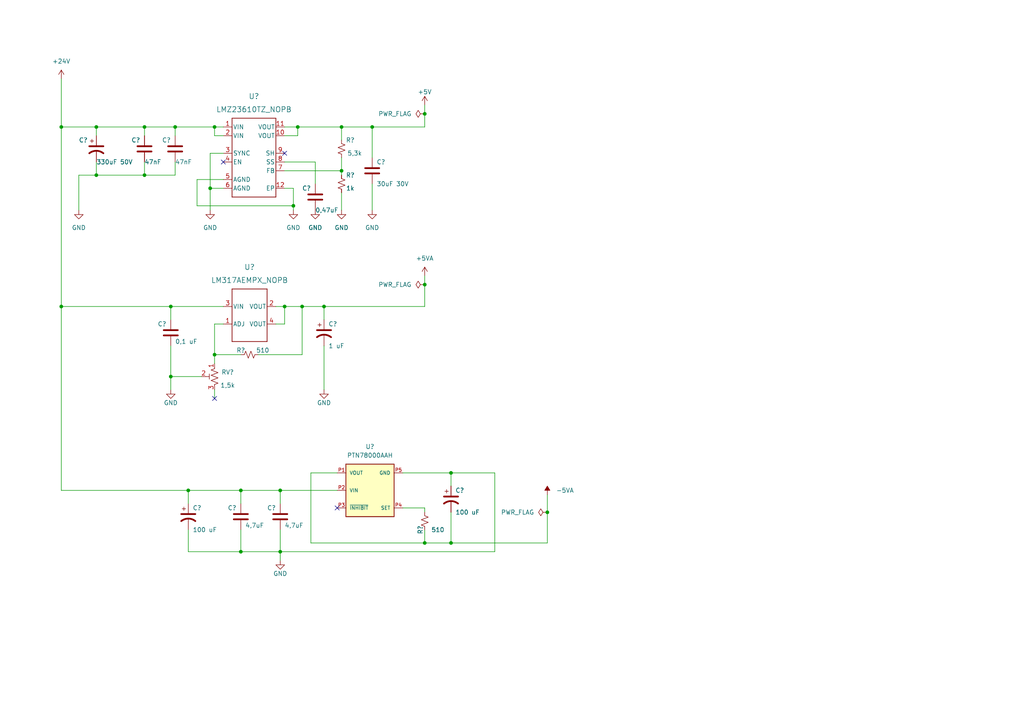
<source format=kicad_sch>
(kicad_sch (version 20211123) (generator eeschema)
  (paper "A4")
  (lib_symbols
    (symbol "Device:C" (pin_numbers hide) (pin_names (offset 0.254))
      (property "Reference" "C" (at 0.635 2.54 0))
      (property "Value" "C" (at 0.635 -2.54 0))
      (symbol "C_0_1"
        (polyline (pts (xy -2.032 -0.762) (xy 2.032 -0.762)) (stroke (width 0.508)))
        (polyline (pts (xy -2.032 0.762) (xy 2.032 0.762)) (stroke (width 0.508)))
      )
      (symbol "C_1_1"
        (pin passive line (at 0 3.81 270) (length 2.794) (name "~") (number "1"))
        (pin passive line (at 0 -3.81 90) (length 2.794) (name "~") (number "2"))
      )
    )
    (symbol "Device:C_Polarized_US" (pin_numbers hide) (pin_names (offset 0.254) hide)
      (property "Reference" "C" (at 0.635 2.54 0))
      (property "Value" "C_Polarized_US" (at 0.635 -2.54 0))
      (symbol "C_Polarized_US_0_1"
        (polyline (pts (xy -2.032 0.762) (xy 2.032 0.762)) (stroke (width 0.508)))
        (polyline (pts (xy -1.778 2.286) (xy -0.762 2.286)))
        (polyline (pts (xy -1.27 1.778) (xy -1.27 2.794)))
        (arc (start 2.032 -1.27) (mid 0 -0.5572) (end -2.032 -1.27) (stroke (width 0.508)))
      )
      (symbol "C_Polarized_US_1_1"
        (pin passive line (at 0 3.81 270) (length 2.794) (name "~") (number "1"))
        (pin passive line (at 0 -3.81 90) (length 3.302) (name "~") (number "2"))
      )
    )
    (symbol "Device:Fuse" (pin_numbers hide) (pin_names (offset 0))
      (property "Reference" "F" (at 2.032 0 90))
      (property "Value" "Fuse" (at -1.905 0 90))
      (symbol "Fuse_0_1"
        (rectangle (start -0.762 -2.54) (end 0.762 2.54) (stroke (width 0.254)))
        (polyline (pts (xy 0 2.54) (xy 0 -2.54)))
      )
      (symbol "Fuse_1_1"
        (pin passive line (at 0 3.81 270) (length 1.27) (name "~") (number "1"))
        (pin passive line (at 0 -3.81 90) (length 1.27) (name "~") (number "2"))
      )
    )
    (symbol "Device:R_Potentiometer_Trim_US" (pin_names (offset 1.016) hide)
      (property "Reference" "RV" (at -4.445 0 90))
      (property "Value" "R_Potentiometer_Trim_US" (at -2.54 0 90))
      (symbol "R_Potentiometer_Trim_US_0_1"
        (polyline (pts (xy 0 -2.286) (xy 0 -2.54)))
        (polyline (pts (xy 0 2.286) (xy 0 2.54)))
        (polyline (pts (xy 1.524 0.762) (xy 1.524 -0.762)))
        (polyline (pts (xy 2.54 0) (xy 1.524 0)))
        (polyline (pts (xy 0 -0.762) (xy 1.016 -1.143) (xy 0 -1.524) (xy -1.016 -1.905) (xy 0 -2.286)))
        (polyline (pts (xy 0 0.762) (xy 1.016 0.381) (xy 0 0) (xy -1.016 -0.381) (xy 0 -0.762)))
        (polyline (pts (xy 0 2.286) (xy 1.016 1.905) (xy 0 1.524) (xy -1.016 1.143) (xy 0 0.762)))
      )
      (symbol "R_Potentiometer_Trim_US_1_1"
        (pin passive line (at 0 3.81 270) (length 1.27) (name "1") (number "1"))
        (pin passive line (at 3.81 0 180) (length 1.27) (name "2") (number "2"))
        (pin passive line (at 0 -3.81 90) (length 1.27) (name "3") (number "3"))
      )
    )
    (symbol "Device:R_Small_US" (pin_numbers hide) (pin_names (offset 0.254) hide)
      (property "Reference" "R" (at 0.762 0.508 0))
      (property "Value" "R_Small_US" (at 0.762 -1.016 0))
      (symbol "R_Small_US_1_1"
        (polyline (pts (xy 0 0) (xy 1.016 -0.381) (xy 0 -0.762) (xy -1.016 -1.143) (xy 0 -1.524)))
        (polyline (pts (xy 0 1.524) (xy 1.016 1.143) (xy 0 0.762) (xy -1.016 0.381) (xy 0 0)))
        (pin passive line (at 0 2.54 270) (length 1.016) (name "~") (number "1"))
        (pin passive line (at 0 -2.54 90) (length 1.016) (name "~") (number "2"))
      )
    )
    (symbol "PTSM36ADBZR_1" (pin_names (offset 0.254))
      (property "Reference" "U" (at -5.08 5.08 0))
      (property "Value" "PTSM36ADBZR_1" (at 0 -5.08 0))
      (symbol "PTSM36ADBZR_1_0_1"
        (polyline (pts (xy -6.35 -3.81) (xy 6.35 -3.81)) (stroke (width 0.127)))
        (polyline (pts (xy -6.35 3.81) (xy -6.35 -3.81)) (stroke (width 0.127)))
        (polyline (pts (xy 6.35 -3.81) (xy 6.35 3.81)) (stroke (width 0.127)))
        (polyline (pts (xy 6.35 3.81) (xy -6.35 3.81)) (stroke (width 0.127)))
        (pin bidirectional line (at 8.89 0 180) (length 2.54) (name "GND") (number "1"))
        (pin bidirectional line (at -8.89 -1.27 0) (length 2.54) (name "GND") (number "2"))
        (pin bidirectional line (at -8.89 1.27 0) (length 2.54) (name "IO") (number "3"))
      )
    )
    (symbol "SS12P2L-M3_86A_2" (pin_names (offset 1.016))
      (property "Reference" "D" (at -10.16 5.08 0))
      (property "Value" "SS12P2L-M3_86A_2" (at -10.16 -7.62 0))
      (symbol "SS12P2L-M3_86A_2_0_0"
        (polyline (pts (xy -2.54 -2.54) (xy -5.08 -2.54)) (stroke (width 0.1524)))
        (polyline (pts (xy -2.54 0) (xy -2.54 -2.54)) (stroke (width 0.1524)))
        (polyline (pts (xy -2.54 0) (xy -2.54 2.54)) (stroke (width 0.1524)))
        (polyline (pts (xy -2.54 0) (xy -0.508 0)) (stroke (width 0.1524)))
        (polyline (pts (xy -2.54 2.54) (xy -5.08 2.54)) (stroke (width 0.1524)))
        (polyline (pts (xy 0.508 -0.508) (xy 0.508 0.508)) (stroke (width 0.1524)))
        (polyline (pts (xy 0.508 0) (xy 2.54 0)) (stroke (width 0.1524)))
        (polyline (pts (xy -0.508 -0.508) (xy -0.508 0.508) (xy 0.508 0) (xy -0.508 -0.508)) (stroke (width 0.1524)) (fill (type outline)))
        (pin bidirectional line (at -7.62 -2.54 0) (length 2.54) (name "~") (number "1"))
        (pin bidirectional line (at -7.62 2.54 0) (length 2.54) (name "~") (number "2"))
        (pin bidirectional line (at 5.08 0 180) (length 2.54) (name "~") (number "3"))
      )
    )
    (symbol "SymLib:1729128" (pin_names (offset 0.254))
      (property "Reference" "J" (at 6.35 3.81 0))
      (property "Value" "1729128" (at 8.89 -6.35 0))
      (symbol "1729128_1_1"
        (polyline (pts (xy 5.08 -5.08) (xy 12.7 -5.08)) (stroke (width 0.127)))
        (polyline (pts (xy 5.08 2.54) (xy 5.08 -5.08)) (stroke (width 0.127)))
        (polyline (pts (xy 10.16 -2.54) (xy 5.08 -2.54)) (stroke (width 0.127)))
        (polyline (pts (xy 10.16 -2.54) (xy 8.89 -3.3867)) (stroke (width 0.127)))
        (polyline (pts (xy 10.16 -2.54) (xy 8.89 -1.6933)) (stroke (width 0.127)))
        (polyline (pts (xy 10.16 0) (xy 5.08 0)) (stroke (width 0.127)))
        (polyline (pts (xy 10.16 0) (xy 8.89 -0.8467)) (stroke (width 0.127)))
        (polyline (pts (xy 10.16 0) (xy 8.89 0.8467)) (stroke (width 0.127)))
        (polyline (pts (xy 12.7 -5.08) (xy 12.7 2.54)) (stroke (width 0.127)))
        (polyline (pts (xy 12.7 2.54) (xy 5.08 2.54)) (stroke (width 0.127)))
        (pin unspecified line (at 2.54 0 0) (length 2.54) (name "1") (number "1"))
        (pin unspecified line (at 2.54 -2.54 0) (length 2.54) (name "2") (number "2"))
      )
      (symbol "1729128_1_2"
        (polyline (pts (xy 5.08 -5.08) (xy 12.7 -5.08)) (stroke (width 0.127)))
        (polyline (pts (xy 5.08 2.54) (xy 5.08 -5.08)) (stroke (width 0.127)))
        (polyline (pts (xy 7.62 -2.54) (xy 5.08 -2.54)) (stroke (width 0.127)))
        (polyline (pts (xy 7.62 -2.54) (xy 8.89 -3.3867)) (stroke (width 0.127)))
        (polyline (pts (xy 7.62 -2.54) (xy 8.89 -1.6933)) (stroke (width 0.127)))
        (polyline (pts (xy 7.62 0) (xy 5.08 0)) (stroke (width 0.127)))
        (polyline (pts (xy 7.62 0) (xy 8.89 -0.8467)) (stroke (width 0.127)))
        (polyline (pts (xy 7.62 0) (xy 8.89 0.8467)) (stroke (width 0.127)))
        (polyline (pts (xy 12.7 -5.08) (xy 12.7 2.54)) (stroke (width 0.127)))
        (polyline (pts (xy 12.7 2.54) (xy 5.08 2.54)) (stroke (width 0.127)))
        (pin unspecified line (at 0 0 0) (length 5.08) (name "1") (number "1"))
        (pin unspecified line (at 0 -2.54 0) (length 5.08) (name "2") (number "2"))
      )
    )
    (symbol "SymLib:5005" (pin_names (offset 1.016))
      (property "Reference" "TP" (at -2.54 2.54 0))
      (property "Value" "5005" (at -2.54 -3.81 0))
      (symbol "5005_0_0"
        (circle (center 0 0) (radius 0.635) (stroke (width 1.27)))
        (pin passive line (at -5.08 0 0) (length 5.08) (name "~") (number "TP"))
      )
    )
    (symbol "SymLib:LM317AEMPX_NOPB" (pin_names (offset 0.254))
      (property "Reference" "U" (at -13.97 8.89 0))
      (property "Value" "LM317AEMPX_NOPB" (at -10.16 -8.89 0))
      (symbol "LM317AEMPX_NOPB_0_1"
        (polyline (pts (xy -15.24 -7.62) (xy -5.08 -7.62)) (stroke (width 0.2032)))
        (polyline (pts (xy -15.24 7.62) (xy -15.24 -7.62)) (stroke (width 0.2032)))
        (polyline (pts (xy -5.08 -7.62) (xy -5.08 7.62)) (stroke (width 0.2032)))
        (polyline (pts (xy -5.08 7.62) (xy -15.24 7.62)) (stroke (width 0.2032)))
        (pin input line (at -17.78 -2.54 0) (length 2.54) (name "ADJ") (number "1"))
        (pin power_in line (at -2.54 2.54 180) (length 2.54) (name "VOUT") (number "2"))
        (pin power_in line (at -17.78 2.54 0) (length 2.54) (name "VIN") (number "3"))
        (pin power_in line (at -2.54 -2.54 180) (length 2.54) (name "VOUT") (number "4"))
      )
    )
    (symbol "SymLib:LMZ23610TZ_NOPB" (pin_names (offset 0.254))
      (property "Reference" "U" (at -11.43 11.43 0))
      (property "Value" "LMZ23610TZ_NOPB" (at -6.35 -13.97 0))
      (symbol "LMZ23610TZ_NOPB_0_1"
        (polyline (pts (xy -12.7 -12.7) (xy 0 -12.7)) (stroke (width 0.2032)))
        (polyline (pts (xy -12.7 10.16) (xy -12.7 -12.7)) (stroke (width 0.2032)))
        (polyline (pts (xy 0 -12.7) (xy 0 10.16)) (stroke (width 0.2032)))
        (polyline (pts (xy 0 10.16) (xy -12.7 10.16)) (stroke (width 0.2032)))
        (pin power_in line (at -15.24 7.62 0) (length 2.54) (name "VIN") (number "1"))
        (pin power_in line (at 2.54 5.08 180) (length 2.54) (name "VOUT") (number "10"))
        (pin power_in line (at 2.54 7.62 180) (length 2.54) (name "VOUT") (number "11"))
        (pin power_in line (at 2.54 -10.16 180) (length 2.54) (name "EP") (number "12"))
        (pin power_in line (at -15.24 5.08 0) (length 2.54) (name "VIN") (number "2"))
        (pin input line (at -15.24 0 0) (length 2.54) (name "SYNC") (number "3"))
        (pin input line (at -15.24 -2.54 0) (length 2.54) (name "EN") (number "4"))
        (pin power_in line (at -15.24 -7.62 0) (length 2.54) (name "AGND") (number "5"))
        (pin power_in line (at -15.24 -10.16 0) (length 2.54) (name "AGND") (number "6"))
        (pin unspecified line (at 2.54 -5.08 180) (length 2.54) (name "FB") (number "7"))
        (pin input line (at 2.54 -2.54 180) (length 2.54) (name "SS") (number "8"))
        (pin unspecified line (at 2.54 0 180) (length 2.54) (name "SH") (number "9"))
      )
    )
    (symbol "SymLib:PTN78000AAH" (pin_names (offset 1.016))
      (property "Reference" "U" (at -6.3674 8.1419 0))
      (property "Value" "PTN78000AAH" (at -6.35 -10.16 0))
      (symbol "PTN78000AAH_0_0"
        (rectangle (start -6.35 7.62) (end 7.62 -7.62) (stroke (width 0.254)) (fill (type background)))
        (pin power_in line (at -8.89 5.08 0) (length 2.54) (name "VOUT") (number "P1"))
        (pin power_in line (at -8.89 0 0) (length 2.54) (name "VIN") (number "P2"))
        (pin bidirectional line (at -8.89 -5.08 0) (length 2.54) (name "~{INHIBIT}") (number "P3"))
        (pin bidirectional line (at 10.16 -5.08 180) (length 2.54) (name "SET") (number "P4"))
        (pin power_in line (at 10.16 5.08 180) (length 2.54) (name "GND") (number "P5"))
      )
    )
    (symbol "power:+24V" (power) (pin_names (offset 0))
      (property "Value" "+24V" (at 0 3.556 0))
      (symbol "+24V_0_1"
        (polyline (pts (xy -0.762 1.27) (xy 0 2.54)))
        (polyline (pts (xy 0 0) (xy 0 2.54)))
        (polyline (pts (xy 0 2.54) (xy 0.762 1.27)))
      )
      (symbol "+24V_1_1"
        (pin power_in line (at 0 0 90) (length 0) hide (name "+24V") (number "1"))
      )
    )
    (symbol "power:+5V" (power) (pin_names (offset 0))
      (property "Value" "+5V" (at 0 3.556 0))
      (symbol "+5V_0_1"
        (polyline (pts (xy -0.762 1.27) (xy 0 2.54)))
        (polyline (pts (xy 0 0) (xy 0 2.54)))
        (polyline (pts (xy 0 2.54) (xy 0.762 1.27)))
      )
      (symbol "+5V_1_1"
        (pin power_in line (at 0 0 90) (length 0) hide (name "+5V") (number "1"))
      )
    )
    (symbol "power:+5VA" (power) (pin_names (offset 0))
      (property "Value" "+5VA" (at 0 3.556 0))
      (symbol "+5VA_0_1"
        (polyline (pts (xy -0.762 1.27) (xy 0 2.54)))
        (polyline (pts (xy 0 0) (xy 0 2.54)))
        (polyline (pts (xy 0 2.54) (xy 0.762 1.27)))
      )
      (symbol "+5VA_1_1"
        (pin power_in line (at 0 0 90) (length 0) hide (name "+5VA") (number "1"))
      )
    )
    (symbol "power:-5VA" (power) (pin_names (offset 0))
      (property "Value" "-5VA" (at 0 3.81 0))
      (symbol "-5VA_0_0"
        (pin power_in line (at 0 0 90) (length 0) hide (name "-5VA") (number "1"))
      )
      (symbol "-5VA_0_1"
        (polyline (pts (xy 0 0) (xy 0 1.27) (xy 0.762 1.27) (xy 0 2.54) (xy -0.762 1.27) (xy 0 1.27)) (fill (type outline)))
      )
    )
    (symbol "power:GND" (power) (pin_names (offset 0))
      (property "Value" "GND" (at 0 -3.81 0))
      (symbol "GND_0_1"
        (polyline (pts (xy 0 0) (xy 0 -1.27) (xy 1.27 -1.27) (xy 0 -2.54) (xy -1.27 -1.27) (xy 0 -1.27)))
      )
      (symbol "GND_1_1"
        (pin power_in line (at 0 0 270) (length 0) hide (name "GND") (number "1"))
      )
    )
    (symbol "power:PWR_FLAG" (power) (pin_numbers hide) (pin_names (offset 0) hide)
      (property "Value" "PWR_FLAG" (at 0 3.81 0))
      (symbol "PWR_FLAG_0_0"
        (pin power_out line (at 0 0 90) (length 0) (name "pwr") (number "1"))
      )
      (symbol "PWR_FLAG_0_1"
        (polyline (pts (xy 0 0) (xy 0 1.27) (xy -1.016 1.905) (xy 0 2.54) (xy 1.016 1.905) (xy 0 1.27)))
      )
    )
  )
  (junction (at 69.85 160.02))
  (junction (at 107.95 36.83))
  (junction (at 187.96 223.52))
  (junction (at 130.81 157.48))
  (junction (at 41.91 36.83))
  (junction (at 49.53 109.22))
  (junction (at 181.61 238.76))
  (junction (at 118.11 227.33))
  (junction (at 133.35 223.52))
  (junction (at 181.61 223.52))
  (junction (at 123.19 33.02))
  (junction (at 118.11 240.03))
  (junction (at 130.81 137.16))
  (junction (at 168.91 223.52))
  (junction (at 129.54 227.33))
  (junction (at 168.91 238.76))
  (junction (at 81.28 142.24))
  (junction (at 99.06 49.53))
  (junction (at 93.98 88.9))
  (junction (at 133.35 227.33))
  (junction (at 158.75 148.59))
  (junction (at 81.28 160.02))
  (junction (at 50.8 36.83))
  (junction (at 49.53 88.9))
  (junction (at 62.23 36.83))
  (junction (at 99.06 36.83))
  (junction (at 86.36 36.83))
  (junction (at 187.96 238.76))
  (junction (at 123.19 82.55))
  (junction (at 87.63 88.9))
  (junction (at 69.85 142.24))
  (junction (at 100.33 254))
  (junction (at 41.91 50.8))
  (junction (at 54.61 142.24))
  (junction (at 17.78 36.83))
  (junction (at 101.6 227.33))
  (junction (at 161.29 238.76))
  (junction (at 123.19 157.48))
  (junction (at 82.55 88.9))
  (junction (at 17.78 88.9))
  (junction (at 27.94 36.83))
  (junction (at 60.96 54.61))
  (junction (at 175.26 238.76))
  (junction (at 175.26 223.52))
  (junction (at 62.23 102.87))
  (junction (at 85.09 59.69))
  (junction (at 27.94 50.8))
  (no_connect (at 82.55 44.45))
  (no_connect (at 64.77 46.99))
  (no_connect (at 97.79 147.32))
  (no_connect (at 62.23 115.57))
  (wire (pts (xy 93.98 100.33) (xy 93.98 113.03)))
  (wire (pts (xy 74.93 102.87) (xy 87.63 102.87)))
  (wire (pts (xy 82.55 88.9) (xy 87.63 88.9)))
  (wire (pts (xy 99.06 36.83) (xy 107.95 36.83)))
  (wire (pts (xy 57.15 52.07) (xy 64.77 52.07)))
  (wire (pts (xy 60.96 60.96) (xy 60.96 54.61)))
  (wire (pts (xy 17.78 36.83) (xy 27.94 36.83)))
  (wire (pts (xy 194.31 223.52) (xy 194.31 226.06)))
  (wire (pts (xy 92.71 254) (xy 100.33 254)))
  (wire (pts (xy 181.61 238.76) (xy 187.96 238.76)))
  (wire (pts (xy 60.96 44.45) (xy 60.96 54.61)))
  (wire (pts (xy 168.91 233.68) (xy 168.91 238.76)))
  (wire (pts (xy 101.6 227.33) (xy 118.11 227.33)))
  (wire (pts (xy 60.96 54.61) (xy 64.77 54.61)))
  (wire (pts (xy 54.61 160.02) (xy 69.85 160.02)))
  (wire (pts (xy 161.29 223.52) (xy 168.91 223.52)))
  (wire (pts (xy 81.28 153.67) (xy 81.28 160.02)))
  (wire (pts (xy 107.95 53.34) (xy 107.95 60.96)))
  (wire (pts (xy 93.98 88.9) (xy 93.98 92.71)))
  (wire (pts (xy 62.23 115.57) (xy 62.23 113.03)))
  (wire (pts (xy 161.29 238.76) (xy 161.29 243.84)))
  (wire (pts (xy 118.11 227.33) (xy 129.54 227.33)))
  (wire (pts (xy 116.84 147.32) (xy 123.19 147.32)))
  (wire (pts (xy 87.63 88.9) (xy 87.63 102.87)))
  (wire (pts (xy 129.54 237.49) (xy 129.54 243.84)))
  (wire (pts (xy 81.28 142.24) (xy 97.79 142.24)))
  (wire (pts (xy 69.85 153.67) (xy 69.85 160.02)))
  (wire (pts (xy 161.29 233.68) (xy 161.29 238.76)))
  (wire (pts (xy 99.06 49.53) (xy 99.06 50.8)))
  (wire (pts (xy 64.77 39.37) (xy 62.23 39.37)))
  (wire (pts (xy 50.8 39.37) (xy 50.8 36.83)))
  (wire (pts (xy 161.29 223.52) (xy 161.29 226.06)))
  (wire (pts (xy 90.17 157.48) (xy 123.19 157.48)))
  (wire (pts (xy 123.19 157.48) (xy 123.19 153.67)))
  (wire (pts (xy 27.94 39.37) (xy 27.94 36.83)))
  (wire (pts (xy 41.91 36.83) (xy 50.8 36.83)))
  (wire (pts (xy 187.96 223.52) (xy 194.31 223.52)))
  (wire (pts (xy 123.19 148.59) (xy 123.19 147.32)))
  (wire (pts (xy 81.28 160.02) (xy 143.51 160.02)))
  (wire (pts (xy 175.26 223.52) (xy 175.26 226.06)))
  (wire (pts (xy 129.54 229.87) (xy 129.54 227.33)))
  (wire (pts (xy 99.06 45.72) (xy 99.06 49.53)))
  (wire (pts (xy 116.84 137.16) (xy 130.81 137.16)))
  (wire (pts (xy 49.53 109.22) (xy 49.53 113.03)))
  (wire (pts (xy 133.35 227.33) (xy 138.43 227.33)))
  (wire (pts (xy 69.85 142.24) (xy 69.85 146.05)))
  (wire (pts (xy 58.42 109.22) (xy 49.53 109.22)))
  (wire (pts (xy 41.91 36.83) (xy 27.94 36.83)))
  (wire (pts (xy 22.86 50.8) (xy 27.94 50.8)))
  (wire (pts (xy 101.6 227.33) (xy 93.98 227.33)))
  (wire (pts (xy 81.28 231.14) (xy 81.28 229.87)))
  (wire (pts (xy 120.65 240.03) (xy 118.11 240.03)))
  (wire (pts (xy 138.43 222.25) (xy 138.43 227.33)))
  (wire (pts (xy 115.57 240.03) (xy 118.11 240.03)))
  (wire (pts (xy 49.53 100.33) (xy 49.53 109.22)))
  (wire (pts (xy 181.61 223.52) (xy 181.61 226.06)))
  (wire (pts (xy 54.61 153.67) (xy 54.61 160.02)))
  (wire (pts (xy 107.95 36.83) (xy 107.95 45.72)))
  (wire (pts (xy 62.23 39.37) (xy 62.23 36.83)))
  (wire (pts (xy 118.11 240.03) (xy 118.11 243.84)))
  (wire (pts (xy 64.77 44.45) (xy 60.96 44.45)))
  (wire (pts (xy 101.6 233.68) (xy 101.6 227.33)))
  (wire (pts (xy 82.55 49.53) (xy 99.06 49.53)))
  (wire (pts (xy 187.96 223.52) (xy 187.96 226.06)))
  (wire (pts (xy 158.75 143.51) (xy 158.75 148.59)))
  (wire (pts (xy 17.78 36.83) (xy 17.78 88.9)))
  (wire (pts (xy 91.44 53.34) (xy 91.44 46.99)))
  (wire (pts (xy 143.51 137.16) (xy 143.51 160.02)))
  (wire (pts (xy 62.23 36.83) (xy 64.77 36.83)))
  (wire (pts (xy 91.44 46.99) (xy 82.55 46.99)))
  (wire (pts (xy 85.09 60.96) (xy 85.09 59.69)))
  (wire (pts (xy 168.91 223.52) (xy 168.91 226.06)))
  (wire (pts (xy 130.81 148.59) (xy 130.81 157.48)))
  (wire (pts (xy 99.06 232.41) (xy 92.71 232.41)))
  (wire (pts (xy 175.26 233.68) (xy 175.26 238.76)))
  (wire (pts (xy 17.78 22.86) (xy 17.78 36.83)))
  (wire (pts (xy 57.15 52.07) (xy 57.15 59.69)))
  (wire (pts (xy 77.47 227.33) (xy 86.36 227.33)))
  (wire (pts (xy 17.78 142.24) (xy 54.61 142.24)))
  (wire (pts (xy 62.23 93.98) (xy 62.23 102.87)))
  (wire (pts (xy 158.75 148.59) (xy 158.75 157.48)))
  (wire (pts (xy 50.8 46.99) (xy 50.8 50.8)))
  (wire (pts (xy 62.23 93.98) (xy 64.77 93.98)))
  (wire (pts (xy 123.19 30.48) (xy 123.19 33.02)))
  (wire (pts (xy 93.98 88.9) (xy 123.19 88.9)))
  (wire (pts (xy 168.91 238.76) (xy 175.26 238.76)))
  (wire (pts (xy 97.79 137.16) (xy 90.17 137.16)))
  (wire (pts (xy 22.86 60.96) (xy 22.86 50.8)))
  (wire (pts (xy 81.28 142.24) (xy 81.28 146.05)))
  (wire (pts (xy 168.91 223.52) (xy 175.26 223.52)))
  (wire (pts (xy 194.31 233.68) (xy 194.31 238.76)))
  (wire (pts (xy 49.53 88.9) (xy 49.53 92.71)))
  (wire (pts (xy 161.29 238.76) (xy 168.91 238.76)))
  (wire (pts (xy 41.91 50.8) (xy 50.8 50.8)))
  (wire (pts (xy 100.33 254) (xy 100.33 255.27)))
  (wire (pts (xy 17.78 88.9) (xy 17.78 142.24)))
  (wire (pts (xy 92.71 232.41) (xy 92.71 254)))
  (wire (pts (xy 81.28 160.02) (xy 81.28 162.56)))
  (wire (pts (xy 123.19 33.02) (xy 123.19 36.83)))
  (wire (pts (xy 57.15 59.69) (xy 85.09 59.69)))
  (wire (pts (xy 82.55 36.83) (xy 86.36 36.83)))
  (wire (pts (xy 133.35 223.52) (xy 133.35 227.33)))
  (wire (pts (xy 86.36 36.83) (xy 99.06 36.83)))
  (wire (pts (xy 100.33 251.46) (xy 100.33 254)))
  (wire (pts (xy 87.63 88.9) (xy 93.98 88.9)))
  (wire (pts (xy 99.06 55.88) (xy 99.06 60.96)))
  (wire (pts (xy 69.85 160.02) (xy 81.28 160.02)))
  (wire (pts (xy 62.23 102.87) (xy 69.85 102.87)))
  (wire (pts (xy 99.06 233.68) (xy 99.06 232.41)))
  (wire (pts (xy 187.96 238.76) (xy 194.31 238.76)))
  (wire (pts (xy 123.19 157.48) (xy 130.81 157.48)))
  (wire (pts (xy 130.81 137.16) (xy 130.81 140.97)))
  (wire (pts (xy 49.53 88.9) (xy 64.77 88.9)))
  (wire (pts (xy 82.55 39.37) (xy 86.36 39.37)))
  (wire (pts (xy 17.78 88.9) (xy 49.53 88.9)))
  (wire (pts (xy 41.91 46.99) (xy 41.91 50.8)))
  (wire (pts (xy 27.94 50.8) (xy 41.91 50.8)))
  (wire (pts (xy 86.36 39.37) (xy 86.36 36.83)))
  (wire (pts (xy 130.81 157.48) (xy 158.75 157.48)))
  (wire (pts (xy 81.28 229.87) (xy 77.47 229.87)))
  (wire (pts (xy 175.26 223.52) (xy 181.61 223.52)))
  (wire (pts (xy 107.95 36.83) (xy 123.19 36.83)))
  (wire (pts (xy 99.06 36.83) (xy 99.06 40.64)))
  (wire (pts (xy 133.35 220.98) (xy 133.35 223.52)))
  (wire (pts (xy 62.23 102.87) (xy 62.23 105.41)))
  (wire (pts (xy 181.61 233.68) (xy 181.61 238.76)))
  (wire (pts (xy 129.54 227.33) (xy 133.35 227.33)))
  (wire (pts (xy 123.19 80.01) (xy 123.19 82.55)))
  (wire (pts (xy 69.85 142.24) (xy 81.28 142.24)))
  (wire (pts (xy 54.61 146.05) (xy 54.61 142.24)))
  (wire (pts (xy 27.94 50.8) (xy 27.94 46.99)))
  (wire (pts (xy 90.17 137.16) (xy 90.17 157.48)))
  (wire (pts (xy 82.55 88.9) (xy 80.01 88.9)))
  (wire (pts (xy 80.01 93.98) (xy 82.55 93.98)))
  (wire (pts (xy 85.09 59.69) (xy 85.09 54.61)))
  (wire (pts (xy 85.09 54.61) (xy 82.55 54.61)))
  (wire (pts (xy 175.26 238.76) (xy 181.61 238.76)))
  (wire (pts (xy 82.55 93.98) (xy 82.55 88.9)))
  (wire (pts (xy 187.96 233.68) (xy 187.96 238.76)))
  (wire (pts (xy 54.61 142.24) (xy 69.85 142.24)))
  (wire (pts (xy 123.19 82.55) (xy 123.19 88.9)))
  (wire (pts (xy 181.61 223.52) (xy 187.96 223.52)))
  (wire (pts (xy 130.81 137.16) (xy 143.51 137.16)))
  (wire (pts (xy 50.8 36.83) (xy 62.23 36.83)))
  (wire (pts (xy 41.91 39.37) (xy 41.91 36.83)))
  (symbol (lib_id "Device:C_Polarized_US") (at 130.81 144.78 0) (unit 1)
    (property "Reference" "C?" (at 132.08 142.24 0) (effects (justify left)))
    (property "Value" "100 uF" (at 132.08 148.59 0) (effects (justify left)))
    (property "Footprint" "FootPrint:CAP_EEHZS1H151P" (effects hide))
  )
  (symbol (lib_id "power:-5VA") (at 158.75 143.51 0) (unit 1)
    (property "Reference" "#PWR?" (effects hide))
    (property "Value" "-5VA" (at 161.29 142.2399 0) (effects (justify left)))
  )
  (symbol (lib_id "power:+24V") (at 17.78 22.86 0) (unit 1)
    (property "Reference" "#PWR?" (effects hide))
    (property "Value" "+24V" (at 17.78 17.78 0))
  )
  (symbol (lib_id "power:GND") (at 81.28 162.56 0) (unit 1)
    (property "Reference" "#PWR?" (effects hide))
    (property "Value" "GND" (at 81.28 166.37 0))
  )
  (symbol (lib_id "SymLib:1729128") (at 80.01 229.87 180) (unit 1)
    (property "Reference" "J?" (at 71.12 223.52 0) (effects (font (size 1.524 1.524))))
    (property "Value" "5V" (at 71.12 233.68 0) (effects (font (size 1.524 1.524))))
    (property "Footprint" "FootPrint:TerminalBlock14AWG" (effects hide))
    (property "Datasheet" "1729128" (effects hide))
  )
  (symbol (lib_id "power:GND") (at 161.29 243.84 0) (unit 1)
    (property "Reference" "#PWR?" (effects hide))
    (property "Value" "GND" (at 161.29 248.92 0))
  )
  (symbol (lib_id "Device:C") (at 187.96 229.87 0) (unit 1)
    (property "Reference" "C?" (at 184.15 227.33 0) (effects (justify left)))
    (property "Value" "10uF" (at 189.23 232.41 0) (effects (justify left)))
    (property "Footprint" "Capacitor_SMD:C_0603_1608Metric" (effects hide))
  )
  (symbol (lib_id "Device:C") (at 50.8 43.18 0) (unit 1)
    (property "Reference" "C?" (at 46.99 40.64 0) (effects (justify left)))
    (property "Value" "47nF" (at 50.8 46.99 0) (effects (justify left)))
    (property "Footprint" "Capacitor_SMD:C_0603_1608Metric" (effects hide))
  )
  (symbol (lib_name "SS12P2L-M3_86A_2") (lib_id "SymLib:SS12P2L-M3_86A") (at 118.11 232.41 90) (unit 1)
    (property "Reference" "D?" (at 114.3 232.41 90) (effects (justify right)))
    (property "Value" "SS12P3L-M3_86A" (at 109.22 242.57 90) (effects (justify right)))
    (property "Footprint" "FootPrint:DIO_SS12P2L-M3_86A" (effects hide))
    (property "STANDARD" "Manufacturer Recommendations" (effects hide))
    (property "MANUFACTURER" "VISHAY" (effects hide))
  )
  (symbol (lib_id "power:GND") (at 93.98 113.03 0) (unit 1)
    (property "Reference" "#PWR?" (effects hide))
    (property "Value" "GND" (at 93.98 116.84 0))
  )
  (symbol (lib_id "Device:C") (at 49.53 96.52 0) (unit 1)
    (property "Reference" "C?" (at 45.72 93.98 0) (effects (justify left)))
    (property "Value" "0,1 uF" (at 50.8 99.06 0) (effects (justify left)))
    (property "Footprint" "Capacitor_SMD:C_0603_1608Metric" (effects hide))
  )
  (symbol (lib_id "power:+5VA") (at 123.19 80.01 0) (unit 1)
    (property "Reference" "#PWR?" (effects hide))
    (property "Value" "+5VA" (at 123.19 74.93 0))
  )
  (symbol (lib_id "power:GND") (at 81.28 231.14 0) (unit 1)
    (property "Reference" "#PWR?" (effects hide))
    (property "Value" "GND" (at 81.28 236.22 0))
  )
  (symbol (lib_id "SymLib:PTN78000AAH") (at 106.68 142.24 0) (unit 1)
    (property "Reference" "U?" (at 107.315 129.54 0))
    (property "Value" "PTN78000AAH" (at 107.315 132.08 0))
    (property "Footprint" "FootPrintLib:PTN78000" (effects hide))
  )
  (symbol (lib_id "power:GND") (at 99.06 60.96 0) (unit 1)
    (property "Reference" "#PWR?" (effects hide))
    (property "Value" "GND" (at 99.06 66.04 0))
  )
  (symbol (lib_id "Device:R_Small_US") (at 99.06 43.18 180) (unit 1)
    (property "Reference" "R?" (at 101.6 40.64 0))
    (property "Value" "5,3k" (at 102.87 44.45 0))
    (property "Footprint" "Resistor_SMD:R_0603_1608Metric" (effects hide))
  )
  (symbol (lib_id "Device:R_Potentiometer_Trim_US") (at 62.23 109.22 0) (mirror y) (unit 1)
    (property "Reference" "RV?" (at 66.04 107.95 0))
    (property "Value" "1,5k" (at 66.04 111.76 0))
    (property "Footprint" "FootPrint:TRIM_3362P-1-102LF" (effects hide))
  )
  (symbol (lib_id "Device:R_Small_US") (at 72.39 102.87 90) (unit 1)
    (property "Reference" "R?" (at 69.85 101.6 90))
    (property "Value" "510" (at 76.2 101.6 90))
    (property "Footprint" "Resistor_SMD:R_0603_1608Metric" (effects hide))
  )
  (symbol (lib_id "Device:C_Polarized_US") (at 93.98 96.52 0) (unit 1)
    (property "Reference" "C?" (at 95.25 93.98 0) (effects (justify left)))
    (property "Value" "1 uF" (at 95.25 100.33 0) (effects (justify left)))
    (property "Footprint" "FootPrint:CAP_EEHZS1H151P" (effects hide))
  )
  (symbol (lib_id "Device:C") (at 175.26 229.87 0) (unit 1)
    (property "Reference" "C?" (at 171.45 227.33 0) (effects (justify left)))
    (property "Value" "10uF" (at 176.53 232.41 0) (effects (justify left)))
    (property "Footprint" "Capacitor_SMD:C_0603_1608Metric" (effects hide))
  )
  (symbol (lib_id "Device:C") (at 81.28 149.86 0) (unit 1)
    (property "Reference" "C?" (at 77.47 147.32 0) (effects (justify left)))
    (property "Value" "4,7uF" (at 82.55 152.4 0) (effects (justify left)))
    (property "Footprint" "Capacitor_SMD:C_0603_1608Metric" (effects hide))
  )
  (symbol (lib_id "power:GND") (at 22.86 60.96 0) (unit 1)
    (property "Reference" "#PWR?" (effects hide))
    (property "Value" "GND" (at 22.86 66.04 0))
  )
  (symbol (lib_id "SymLib:LM317AEMPX_NOPB") (at 82.55 91.44 0) (unit 1)
    (property "Reference" "U?" (at 72.39 77.47 0) (effects (font (size 1.524 1.524))))
    (property "Value" "LM317AEMPX_NOPB" (at 72.39 81.28 0) (effects (font (size 1.524 1.524))))
    (property "Footprint" "FootPrint:DCY0004A_L" (effects hide))
    (property "Datasheet" "LM317AEMPX/NOPB" (effects hide))
  )
  (symbol (lib_id "power:GND") (at 49.53 113.03 0) (unit 1)
    (property "Reference" "#PWR?" (effects hide))
    (property "Value" "GND" (at 49.53 116.84 0))
  )
  (symbol (lib_id "power:+5V") (at 133.35 220.98 0) (unit 1)
    (property "Reference" "#PWR?" (effects hide))
    (property "Value" "+5V" (at 133.35 217.17 0))
  )
  (symbol (lib_id "SymLib:5005") (at 138.43 217.17 90) (unit 1)
    (property "Reference" "TP?" (at 140.97 215.8999 90) (effects (justify right)))
    (property "Value" "5005" (at 140.97 218.4399 90) (effects (justify right)))
    (property "Footprint" "FootPrint:KEYSTONE_5005" (effects hide))
    (property "MF" "Keystone Electronics" (effects hide))
    (property "DESCRIPTION" "Compact THM Test Point -Red" (effects hide))
    (property "PACKAGE" "NON STANDARD-1 Keystone" (effects hide))
    (property "PRICE" "None" (effects hide))
    (property "MP" "5005" (effects hide))
    (property "AVAILABILITY" "In Stock" (effects hide))
    (property "PURCHASE-URL" "https://pricing.snapeda.com/search/part/5005/?ref=eda" (effects hide))
  )
  (symbol (lib_id "Device:R_Small_US") (at 99.06 53.34 180) (unit 1)
    (property "Reference" "R?" (at 101.6 50.8 0))
    (property "Value" "1k" (at 101.6 54.61 0))
    (property "Footprint" "Resistor_SMD:R_0603_1608Metric" (effects hide))
  )
  (symbol (lib_id "power:GND") (at 60.96 60.96 0) (unit 1)
    (property "Reference" "#PWR?" (effects hide))
    (property "Value" "GND" (at 60.96 66.04 0))
  )
  (symbol (lib_id "Device:C") (at 181.61 229.87 0) (unit 1)
    (property "Reference" "C?" (at 177.8 227.33 0) (effects (justify left)))
    (property "Value" "10uF" (at 182.88 232.41 0) (effects (justify left)))
    (property "Footprint" "Capacitor_SMD:C_0603_1608Metric" (effects hide))
  )
  (symbol (lib_id "power:PWR_FLAG") (at 123.19 33.02 90) (unit 1)
    (property "Reference" "#FLG?" (effects hide))
    (property "Value" "PWR_FLAG" (at 119.38 33.0199 90) (effects (justify left)))
  )
  (symbol (lib_id "power:+5V") (at 123.19 30.48 0) (unit 1)
    (property "Reference" "#PWR?" (effects hide))
    (property "Value" "+5V" (at 123.19 26.67 0))
  )
  (symbol (lib_id "Device:C") (at 161.29 229.87 0) (unit 1)
    (property "Reference" "C?" (at 157.48 227.33 0) (effects (justify left)))
    (property "Value" "47uF" (at 162.56 232.41 0) (effects (justify left)))
    (property "Footprint" "Capacitor_SMD:C_1206_3216Metric" (effects hide))
  )
  (symbol (lib_id "power:GND") (at 91.44 60.96 0) (unit 1)
    (property "Reference" "#PWR?" (effects hide))
    (property "Value" "GND" (at 91.44 66.04 0))
  )
  (symbol (lib_id "SymLib:LMZ23610TZ_NOPB") (at 80.01 44.45 0) (unit 1)
    (property "Reference" "U?" (at 73.66 27.94 0) (effects (font (size 1.524 1.524))))
    (property "Value" "LMZ23610TZ_NOPB" (at 73.66 31.75 0) (effects (font (size 1.524 1.524))))
    (property "Footprint" "FootPrint:NDY0011A_L" (effects hide))
    (property "Datasheet" "LMZ23610TZ/NOPB" (effects hide))
  )
  (symbol (lib_id "Device:C") (at 69.85 149.86 0) (unit 1)
    (property "Reference" "C?" (at 66.04 147.32 0) (effects (justify left)))
    (property "Value" "4,7uF" (at 71.12 152.4 0) (effects (justify left)))
    (property "Footprint" "Capacitor_SMD:C_0603_1608Metric" (effects hide))
  )
  (symbol (lib_id "power:GND") (at 107.95 60.96 0) (unit 1)
    (property "Reference" "#PWR?" (effects hide))
    (property "Value" "GND" (at 107.95 66.04 0))
  )
  (symbol (lib_id "power:GND") (at 100.33 255.27 0) (unit 1)
    (property "Reference" "#PWR?" (effects hide))
    (property "Value" "GND" (at 100.33 260.35 0))
  )
  (symbol (lib_id "Device:C_Polarized_US") (at 54.61 149.86 0) (unit 1)
    (property "Reference" "C?" (at 55.88 147.32 0) (effects (justify left)))
    (property "Value" "100 uF" (at 55.88 153.67 0) (effects (justify left)))
    (property "Footprint" "FootPrint:CAP_EEHZS1H151P" (effects hide))
  )
  (symbol (lib_id "power:GND") (at 118.11 243.84 0) (unit 1)
    (property "Reference" "#PWR?" (effects hide))
    (property "Value" "GND" (at 118.11 247.65 0))
  )
  (symbol (lib_id "Device:C_Polarized_US") (at 129.54 233.68 0) (unit 1)
    (property "Reference" "C?" (at 125.73 229.87 0) (effects (justify left)))
    (property "Value" "100uF 20V" (at 130.81 237.49 0) (effects (justify left)))
    (property "Footprint" "FootPrint:CAP_PC_8X7_NCH" (effects hide))
  )
  (symbol (lib_name "PTSM36ADBZR_1") (lib_id "SymLib:PTSM36ADBZR") (at 100.33 242.57 270) (unit 1)
    (property "Reference" "U?" (at 104.14 234.95 90) (effects (font (size 1.524 1.524))))
    (property "Value" "PTSM36ADBZR" (at 100.33 242.57 90) (effects (font (size 1.524 1.524))))
    (property "Footprint" "FootPrint:SOT-23-3_DBZ_TEX" (effects hide))
    (property "Datasheet" "PTSM36ADBZR" (effects hide))
  )
  (symbol (lib_id "Device:C") (at 91.44 57.15 0) (unit 1)
    (property "Reference" "C?" (at 87.63 54.61 0) (effects (justify left)))
    (property "Value" "0,47uF" (at 91.44 60.96 0) (effects (justify left)))
    (property "Footprint" "Capacitor_SMD:C_0603_1608Metric" (effects hide))
  )
  (symbol (lib_id "Device:Fuse") (at 90.17 227.33 90) (unit 1)
    (property "Reference" "F?" (at 90.17 224.79 90))
    (property "Value" "FSF 0034.1520 2,5A" (at 91.44 229.87 90))
    (property "Footprint" "FootPrint:696108003002" (effects hide))
  )
  (symbol (lib_id "Device:R_Small_US") (at 123.19 151.13 180) (unit 1)
    (property "Reference" "R?" (at 121.92 153.67 90))
    (property "Value" "510" (at 127 153.67 0))
    (property "Footprint" "Resistor_SMD:R_0603_1608Metric" (effects hide))
  )
  (symbol (lib_id "power:PWR_FLAG") (at 158.75 148.59 90) (unit 1)
    (property "Reference" "#FLG?" (effects hide))
    (property "Value" "PWR_FLAG" (at 154.94 148.5899 90) (effects (justify left)))
  )
  (symbol (lib_id "Device:C") (at 194.31 229.87 0) (unit 1)
    (property "Reference" "C?" (at 190.5 227.33 0) (effects (justify left)))
    (property "Value" "10uF" (at 195.58 232.41 0) (effects (justify left)))
    (property "Footprint" "Capacitor_SMD:C_0603_1608Metric" (effects hide))
  )
  (symbol (lib_id "Device:C") (at 168.91 229.87 0) (unit 1)
    (property "Reference" "C?" (at 165.1 227.33 0) (effects (justify left)))
    (property "Value" "10uF" (at 170.18 232.41 0) (effects (justify left)))
    (property "Footprint" "Capacitor_SMD:C_0603_1608Metric" (effects hide))
  )
  (symbol (lib_id "power:PWR_FLAG") (at 123.19 82.55 90) (unit 1)
    (property "Reference" "#FLG?" (effects hide))
    (property "Value" "PWR_FLAG" (at 119.38 82.5499 90) (effects (justify left)))
  )
  (symbol (lib_id "Device:C_Polarized_US") (at 27.94 43.18 0) (unit 1)
    (property "Reference" "C?" (at 22.86 40.64 0) (effects (justify left)))
    (property "Value" "330uF 50V" (at 27.94 46.99 0) (effects (justify left)))
    (property "Footprint" "FootPrint:CAP_EEHZS1H151P" (effects hide))
  )
  (symbol (lib_id "power:GND") (at 85.09 60.96 0) (unit 1)
    (property "Reference" "#PWR?" (effects hide))
    (property "Value" "GND" (at 85.09 66.04 0))
  )
  (symbol (lib_id "Device:C") (at 41.91 43.18 0) (unit 1)
    (property "Reference" "C?" (at 38.1 40.64 0) (effects (justify left)))
    (property "Value" "47nF" (at 41.91 46.99 0) (effects (justify left)))
    (property "Footprint" "Capacitor_SMD:C_0805_2012Metric" (effects hide))
  )
  (symbol (lib_id "power:GND") (at 129.54 243.84 0) (unit 1)
    (property "Reference" "#PWR?" (effects hide))
    (property "Value" "GND" (at 129.54 247.65 0))
  )
  (symbol (lib_id "Device:C") (at 107.95 49.53 0) (unit 1)
    (property "Reference" "C?" (at 109.22 46.99 0) (effects (justify left)))
    (property "Value" "30uF 30V" (at 109.22 53.34 0) (effects (justify left)))
    (property "Footprint" "Capacitor_SMD:C_0603_1608Metric" (effects hide))
  )
  (symbol (lib_id "power:PWR_FLAG") (at 133.35 223.52 90) (unit 1)
    (property "Reference" "#FLG?" (effects hide))
    (property "Value" "PWR_FLAG" (at 129.54 223.5199 90) (effects (justify left)))
  )
)
</source>
